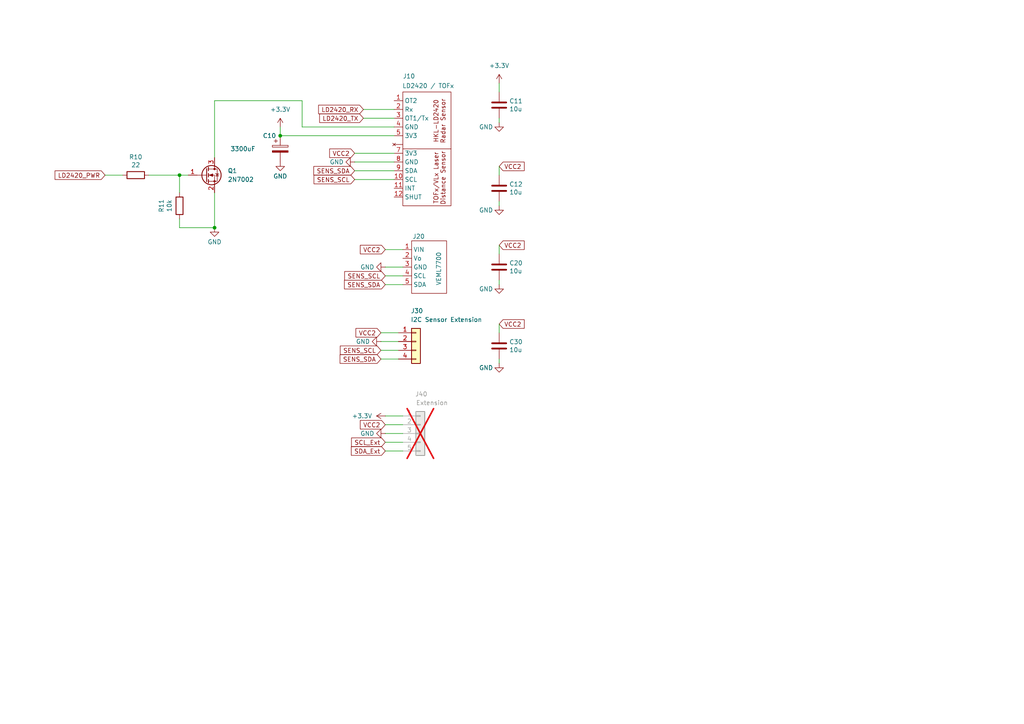
<source format=kicad_sch>
(kicad_sch (version 20231120) (generator "eeschema") (generator_version "8.0")
  (paper "A4")
  (title_block (title "UP1-PM-HF") (date "2025-02-05") (rev "V00.10") (company "OpenKNX") (comment 1 "by Ing-Dom <dom@ing-dom.de>") (comment 2 "OpenKNX Open Hardware under CC BY-NC-SA 4.0") (comment 3 "UP1-Präsenzmelder+") (comment 4 "http://device.OpenKNX.de/UP1-PM-HF"))
  (lib_symbols
    (symbol "Connector_Generic:Conn_01x04" (pin_names (offset 1.016) hide)
      (property "Reference" "J" (at 0 5.08 0))
      (property "Value" "Conn_01x04" (at 0 -7.62 0))
      (symbol "Conn_01x04_1_1"
        (rectangle (start -1.27 -4.953) (end 0 -5.207) (stroke (width 0.1524)))
        (rectangle (start -1.27 -2.413) (end 0 -2.667) (stroke (width 0.1524)))
        (rectangle (start -1.27 0.127) (end 0 -0.127) (stroke (width 0.1524)))
        (rectangle (start -1.27 2.667) (end 0 2.413) (stroke (width 0.1524)))
        (rectangle (start -1.27 3.81) (end 1.27 -6.35) (stroke (width 0.254)) (fill (type background)))
        (pin passive line (at -5.08 2.54 0) (length 3.81) (name "Pin_1") (number "1"))
        (pin passive line (at -5.08 0 0) (length 3.81) (name "Pin_2") (number "2"))
        (pin passive line (at -5.08 -2.54 0) (length 3.81) (name "Pin_3") (number "3"))
        (pin passive line (at -5.08 -5.08 0) (length 3.81) (name "Pin_4") (number "4"))
      )
    )
    (symbol "Connector_Generic:Conn_01x05" (pin_names (offset 1.016) hide)
      (property "Reference" "J" (at 0 7.62 0))
      (property "Value" "Conn_01x05" (at 0 -7.62 0))
      (symbol "Conn_01x05_1_1"
        (rectangle (start -1.27 -4.953) (end 0 -5.207) (stroke (width 0.1524)))
        (rectangle (start -1.27 -2.413) (end 0 -2.667) (stroke (width 0.1524)))
        (rectangle (start -1.27 0.127) (end 0 -0.127) (stroke (width 0.1524)))
        (rectangle (start -1.27 2.667) (end 0 2.413) (stroke (width 0.1524)))
        (rectangle (start -1.27 5.207) (end 0 4.953) (stroke (width 0.1524)))
        (rectangle (start -1.27 6.35) (end 1.27 -6.35) (stroke (width 0.254)) (fill (type background)))
        (pin passive line (at -5.08 5.08 0) (length 3.81) (name "Pin_1") (number "1"))
        (pin passive line (at -5.08 2.54 0) (length 3.81) (name "Pin_2") (number "2"))
        (pin passive line (at -5.08 0 0) (length 3.81) (name "Pin_3") (number "3"))
        (pin passive line (at -5.08 -2.54 0) (length 3.81) (name "Pin_4") (number "4"))
        (pin passive line (at -5.08 -5.08 0) (length 3.81) (name "Pin_5") (number "5"))
      )
    )
    (symbol "Device:C" (pin_numbers hide) (pin_names (offset 0.254))
      (property "Reference" "C" (at 0.635 2.54 0))
      (property "Value" "C" (at 0.635 -2.54 0))
      (symbol "C_0_1"
        (polyline (pts (xy -2.032 -0.762) (xy 2.032 -0.762)) (stroke (width 0.508)))
        (polyline (pts (xy -2.032 0.762) (xy 2.032 0.762)) (stroke (width 0.508)))
      )
      (symbol "C_1_1"
        (pin passive line (at 0 3.81 270) (length 2.794) (name "~") (number "1"))
        (pin passive line (at 0 -3.81 90) (length 2.794) (name "~") (number "2"))
      )
    )
    (symbol "Device:C_Polarized" (pin_numbers hide) (pin_names (offset 0.254))
      (property "Reference" "C" (at 0.635 2.54 0))
      (property "Value" "C_Polarized" (at 0.635 -2.54 0))
      (symbol "C_Polarized_0_1"
        (rectangle (start -2.286 0.508) (end 2.286 1.016))
        (polyline (pts (xy -1.778 2.286) (xy -0.762 2.286)))
        (polyline (pts (xy -1.27 2.794) (xy -1.27 1.778)))
        (rectangle (start 2.286 -0.508) (end -2.286 -1.016) (fill (type outline)))
      )
      (symbol "C_Polarized_1_1"
        (pin passive line (at 0 3.81 270) (length 2.794) (name "~") (number "1"))
        (pin passive line (at 0 -3.81 90) (length 2.794) (name "~") (number "2"))
      )
    )
    (symbol "Device:R" (pin_numbers hide) (pin_names (offset 0))
      (property "Reference" "R" (at 2.032 0 90))
      (property "Value" "R" (at 0 0 90))
      (symbol "R_0_1"
        (rectangle (start -1.016 -2.54) (end 1.016 2.54) (stroke (width 0.254)))
      )
      (symbol "R_1_1"
        (pin passive line (at 0 3.81 270) (length 1.27) (name "~") (number "1"))
        (pin passive line (at 0 -3.81 90) (length 1.27) (name "~") (number "2"))
      )
    )
    (symbol "OpenKNX:LD2420_TOF050C_Back2Back_Breakouts"
      (property "Reference" "GN" (at -4.826 18.034 0))
      (property "Value" "LD2420 / TOFx" (at 0.762 -18.034 0))
      (symbol "LD2420_TOF050C_Back2Back_Breakouts_0_1"
        (rectangle (start -6.35 16.51) (end 7.62 -16.51))
        (polyline (pts (xy -6.35 0) (xy 7.62 0)))
      )
      (symbol "LD2420_TOF050C_Back2Back_Breakouts_1_1"
        (text "HKL-LD2420\nRadar Sensor" (at 4.318 8.128 900) (effects (font (size 1.27 1.27))))
        (text "TOFx/VLx Laser\nDistance Sensor" (at 4.318 -8.382 900) (effects (font (size 1.27 1.27))))
        (pin no_connect line (at -8.89 1.27 0) (length 2.54) (name "") (number ""))
        (pin bidirectional line (at -8.89 13.97 0) (length 2.54) (name "OT2") (number "1"))
        (pin input line (at -8.89 -8.89 0) (length 2.54) (name "SCL") (number "10"))
        (pin input line (at -8.89 -11.43 0) (length 2.54) (name "INT") (number "11"))
        (pin input line (at -8.89 -13.97 0) (length 2.54) (name "SHUT") (number "12"))
        (pin input line (at -8.89 11.43 0) (length 2.54) (name "Rx") (number "2"))
        (pin output line (at -8.89 8.89 0) (length 2.54) (name "OT1/Tx") (number "3"))
        (pin power_in line (at -8.89 6.35 0) (length 2.54) (name "GND") (number "4"))
        (pin power_in line (at -8.89 3.81 0) (length 2.54) (name "3V3") (number "5"))
        (pin power_in line (at -8.89 -1.27 0) (length 2.54) (name "3V3") (number "7"))
        (pin power_in line (at -8.89 -3.81 0) (length 2.54) (name "GND") (number "8"))
        (pin bidirectional line (at -8.89 -6.35 0) (length 2.54) (name "SDA") (number "9"))
      )
    )
    (symbol "OpenKNX:VEML7700_Breakout"
      (property "Reference" "GN" (at -4.826 9.144 0))
      (property "Value" "VEML7700" (at 1.016 0.254 90))
      (symbol "VEML7700_Breakout_0_1"
        (rectangle (start -6.35 7.62) (end 3.81 -7.62))
      )
      (symbol "VEML7700_Breakout_1_1"
        (pin power_in line (at -8.89 5.08 0) (length 2.54) (name "VIN") (number "1"))
        (pin power_out line (at -8.89 2.54 0) (length 2.54) (name "Vo") (number "2"))
        (pin power_in line (at -8.89 0 0) (length 2.54) (name "GND") (number "3"))
        (pin input line (at -8.89 -2.54 0) (length 2.54) (name "SCL") (number "4"))
        (pin bidirectional line (at -8.89 -5.08 0) (length 2.54) (name "SDA") (number "5"))
      )
    )
    (symbol "Transistor_FET:2N7002" (pin_names hide)
      (property "Reference" "Q" (at 5.08 1.905 0))
      (property "Value" "2N7002" (at 5.08 0 0))
      (symbol "2N7002_0_1"
        (polyline (pts (xy 0.254 0) (xy -2.54 0)))
        (polyline (pts (xy 0.254 1.905) (xy 0.254 -1.905)) (stroke (width 0.254)))
        (polyline (pts (xy 0.762 -1.27) (xy 0.762 -2.286)) (stroke (width 0.254)))
        (polyline (pts (xy 0.762 0.508) (xy 0.762 -0.508)) (stroke (width 0.254)))
        (polyline (pts (xy 0.762 2.286) (xy 0.762 1.27)) (stroke (width 0.254)))
        (polyline (pts (xy 2.54 2.54) (xy 2.54 1.778)))
        (polyline (pts (xy 2.54 -2.54) (xy 2.54 0) (xy 0.762 0)))
        (polyline (pts (xy 0.762 -1.778) (xy 3.302 -1.778) (xy 3.302 1.778) (xy 0.762 1.778)))
        (polyline (pts (xy 1.016 0) (xy 2.032 0.381) (xy 2.032 -0.381) (xy 1.016 0)) (fill (type outline)))
        (polyline (pts (xy 2.794 0.508) (xy 2.921 0.381) (xy 3.683 0.381) (xy 3.81 0.254)))
        (polyline (pts (xy 3.302 0.381) (xy 2.921 -0.254) (xy 3.683 -0.254) (xy 3.302 0.381)))
        (circle (center 1.651 0) (radius 2.794) (stroke (width 0.254)))
        (circle (center 2.54 -1.778) (radius 0.254) (fill (type outline)))
        (circle (center 2.54 1.778) (radius 0.254) (fill (type outline)))
      )
      (symbol "2N7002_1_1"
        (pin input line (at -5.08 0 0) (length 2.54) (name "G") (number "1"))
        (pin passive line (at 2.54 -5.08 90) (length 2.54) (name "S") (number "2"))
        (pin passive line (at 2.54 5.08 270) (length 2.54) (name "D") (number "3"))
      )
    )
    (symbol "power:+3.3V" (power) (pin_numbers hide) (pin_names (offset 0) hide)
      (property "Value" "+3.3V" (at 0 3.556 0))
      (symbol "+3.3V_0_1"
        (polyline (pts (xy -0.762 1.27) (xy 0 2.54)))
        (polyline (pts (xy 0 0) (xy 0 2.54)))
        (polyline (pts (xy 0 2.54) (xy 0.762 1.27)))
      )
      (symbol "+3.3V_1_1"
        (pin power_in line (at 0 0 90) (length 0) (name "~") (number "1"))
      )
    )
    (symbol "power:GND" (power) (pin_numbers hide) (pin_names (offset 0) hide)
      (property "Value" "GND" (at 0 -3.81 0))
      (symbol "GND_0_1"
        (polyline (pts (xy 0 0) (xy 0 -1.27) (xy 1.27 -1.27) (xy 0 -2.54) (xy -1.27 -1.27) (xy 0 -1.27)))
      )
      (symbol "GND_1_1"
        (pin power_in line (at 0 0 270) (length 0) (name "~") (number "1"))
      )
    )
  )
  (junction (at 62.23 66.04))
  (junction (at 81.28 39.37))
  (junction (at 52.07 50.8))
  (wire (pts (xy 111.76 130.81) (xy 116.84 130.81)))
  (wire (pts (xy 52.07 66.04) (xy 62.23 66.04)))
  (wire (pts (xy 105.41 34.29) (xy 114.3 34.29)))
  (wire (pts (xy 81.28 36.83) (xy 81.28 39.37)))
  (wire (pts (xy 144.78 34.29) (xy 144.78 35.56)))
  (wire (pts (xy 87.63 29.21) (xy 62.23 29.21)))
  (wire (pts (xy 144.78 48.26) (xy 144.78 50.8)))
  (wire (pts (xy 111.76 120.65) (xy 116.84 120.65)))
  (wire (pts (xy 111.76 125.73) (xy 116.84 125.73)))
  (wire (pts (xy 144.78 71.12) (xy 144.78 73.66)))
  (wire (pts (xy 87.63 36.83) (xy 87.63 29.21)))
  (wire (pts (xy 81.28 39.37) (xy 114.3 39.37)))
  (wire (pts (xy 114.3 36.83) (xy 87.63 36.83)))
  (wire (pts (xy 110.49 104.14) (xy 115.57 104.14)))
  (wire (pts (xy 144.78 93.98) (xy 144.78 96.52)))
  (wire (pts (xy 111.76 77.47) (xy 116.84 77.47)))
  (wire (pts (xy 144.78 24.13) (xy 144.78 26.67)))
  (wire (pts (xy 110.49 96.52) (xy 115.57 96.52)))
  (wire (pts (xy 114.3 44.45) (xy 102.87 44.45)))
  (wire (pts (xy 52.07 63.5) (xy 52.07 66.04)))
  (wire (pts (xy 62.23 29.21) (xy 62.23 45.72)))
  (wire (pts (xy 111.76 72.39) (xy 116.84 72.39)))
  (wire (pts (xy 111.76 128.27) (xy 116.84 128.27)))
  (wire (pts (xy 111.76 123.19) (xy 116.84 123.19)))
  (wire (pts (xy 105.41 31.75) (xy 114.3 31.75)))
  (wire (pts (xy 62.23 55.88) (xy 62.23 66.04)))
  (wire (pts (xy 111.76 80.01) (xy 116.84 80.01)))
  (wire (pts (xy 54.61 50.8) (xy 52.07 50.8)))
  (wire (pts (xy 30.48 50.8) (xy 35.56 50.8)))
  (wire (pts (xy 110.49 101.6) (xy 115.57 101.6)))
  (wire (pts (xy 114.3 46.99) (xy 102.87 46.99)))
  (wire (pts (xy 52.07 50.8) (xy 52.07 55.88)))
  (wire (pts (xy 110.49 99.06) (xy 115.57 99.06)))
  (wire (pts (xy 111.76 82.55) (xy 116.84 82.55)))
  (wire (pts (xy 43.18 50.8) (xy 52.07 50.8)))
  (wire (pts (xy 144.78 81.28) (xy 144.78 82.55)))
  (wire (pts (xy 144.78 58.42) (xy 144.78 59.69)))
  (wire (pts (xy 114.3 52.07) (xy 102.87 52.07)))
  (wire (pts (xy 114.3 49.53) (xy 102.87 49.53)))
  (wire (pts (xy 144.78 104.14) (xy 144.78 105.41)))
  (global_label "VCC2" (shape input) (at 144.78 71.12 0) (property "Intersheetrefs" "${INTERSHEET_REFS}" (effects (hide yes))))
  (global_label "VCC2" (shape input) (at 111.76 72.39 180) (property "Intersheetrefs" "${INTERSHEET_REFS}" (effects (hide yes))))
  (global_label "SENS_SDA" (shape input) (at 110.49 104.14 180) (property "Intersheetrefs" "${INTERSHEET_REFS}" (effects (hide yes))))
  (global_label "SENS_SCL" (shape input) (at 111.76 80.01 180) (property "Intersheetrefs" "${INTERSHEET_REFS}" (effects (hide yes))))
  (global_label "SENS_SDA" (shape input) (at 102.87 49.53 180) (property "Intersheetrefs" "${INTERSHEET_REFS}" (effects (hide yes))))
  (global_label "VCC2" (shape input) (at 110.49 96.52 180) (property "Intersheetrefs" "${INTERSHEET_REFS}" (effects (hide yes))))
  (global_label "SCL_Ext" (shape input) (at 111.76 128.27 180) (property "Intersheetrefs" "${INTERSHEET_REFS}" (effects (hide yes))))
  (global_label "SDA_Ext" (shape input) (at 111.76 130.81 180) (property "Intersheetrefs" "${INTERSHEET_REFS}" (effects (hide yes))))
  (global_label "LD2420_TX" (shape input) (at 105.41 34.29 180) (property "Intersheetrefs" "${INTERSHEET_REFS}" (effects (hide yes))))
  (global_label "SENS_SCL" (shape input) (at 102.87 52.07 180) (property "Intersheetrefs" "${INTERSHEET_REFS}" (effects (hide yes))))
  (global_label "VCC2" (shape input) (at 144.78 93.98 0) (property "Intersheetrefs" "${INTERSHEET_REFS}" (effects (hide yes))))
  (global_label "VCC2" (shape input) (at 111.76 123.19 180) (property "Intersheetrefs" "${INTERSHEET_REFS}" (effects (hide yes))))
  (global_label "LD2420_PWR" (shape input) (at 30.48 50.8 180) (property "Intersheetrefs" "${INTERSHEET_REFS}" (effects (hide yes))))
  (global_label "VCC2" (shape input) (at 144.78 48.26 0) (property "Intersheetrefs" "${INTERSHEET_REFS}" (effects (hide yes))))
  (global_label "VCC2" (shape input) (at 102.87 44.45 180) (property "Intersheetrefs" "${INTERSHEET_REFS}" (effects (hide yes))))
  (global_label "LD2420_RX" (shape input) (at 105.41 31.75 180) (property "Intersheetrefs" "${INTERSHEET_REFS}" (effects (hide yes))))
  (global_label "SENS_SDA" (shape input) (at 111.76 82.55 180) (property "Intersheetrefs" "${INTERSHEET_REFS}" (effects (hide yes))))
  (global_label "SENS_SCL" (shape input) (at 110.49 101.6 180) (property "Intersheetrefs" "${INTERSHEET_REFS}" (effects (hide yes))))
  (symbol (lib_id "Device:C") (at 144.78 100.33 0) (unit 1)
    (property "Reference" "C30" (at 147.701 99.1616 0) (effects (justify left)))
    (property "Value" "10u" (at 147.701 101.473 0) (effects (justify left)))
    (property "Footprint" "Capacitor_SMD:C_0805_2012Metric" (effects (hide yes)))
  )
  (symbol (lib_id "power:GND") (at 81.28 46.99 0) (unit 1)
    (property "Reference" "#PWR017" (effects (hide yes)))
    (property "Value" "GND" (at 81.28 51.1231 0))
    (property "Description" "Power symbol creates a global label with name \"GND\" , ground" (effects (hide yes)))
  )
  (symbol (lib_id "power:GND") (at 102.87 46.99 270) (unit 1)
    (property "Reference" "#PWR019" (effects (hide yes)))
    (property "Value" "GND" (at 99.695 46.99 90) (effects (justify right)))
    (property "Description" "Power symbol creates a global label with name \"GND\" , ground" (effects (hide yes)))
  )
  (symbol (lib_id "Transistor_FET:2N7002") (at 59.69 50.8 0) (unit 1)
    (property "Reference" "Q1" (at 66.04 49.5299 0) (effects (justify left)))
    (property "Value" "2N7002" (at 66.04 52.0699 0) (effects (justify left)))
    (property "Footprint" "Package_TO_SOT_SMD:SOT-23" (effects (hide yes)))
    (property "Datasheet" "https://www.onsemi.com/pub/Collateral/NDS7002A-D.PDF" (effects (hide yes)))
    (property "Description" "0.115A Id, 60V Vds, N-Channel MOSFET, SOT-23" (effects (hide yes)))
  )
  (symbol (lib_id "power:GND") (at 144.78 35.56 0) (unit 1)
    (property "Reference" "#PWR061" (effects (hide yes)))
    (property "Value" "GND" (at 140.97 36.83 0))
    (property "Description" "Power symbol creates a global label with name \"GND\" , ground" (effects (hide yes)))
  )
  (symbol (lib_id "Device:C") (at 144.78 30.48 0) (unit 1)
    (property "Reference" "C11" (at 147.701 29.3116 0) (effects (justify left)))
    (property "Value" "10u" (at 147.701 31.623 0) (effects (justify left)))
    (property "Footprint" "Capacitor_SMD:C_0805_2012Metric" (effects (hide yes)))
  )
  (symbol (lib_id "OpenKNX:VEML7700_Breakout") (at 125.73 77.47 0) (unit 1)
    (property "Reference" "J20" (at 119.634 68.58 0) (effects (justify left)))
    (property "Value" "VEML7700" (at 127.254 82.804 90) (effects (justify left)))
    (property "Footprint" "DomsKiCADLib:VEML7700_reverse_mount" (effects (hide yes)))
    (property "Description" "Generic connector, single row, 01x05, script generated (kicad-library-utils/schlib/autogen/connector/)" (effects (hide yes)))
  )
  (symbol (lib_id "Device:C") (at 144.78 54.61 0) (unit 1)
    (property "Reference" "C12" (at 147.701 53.4416 0) (effects (justify left)))
    (property "Value" "10u" (at 147.701 55.753 0) (effects (justify left)))
    (property "Footprint" "Capacitor_SMD:C_0805_2012Metric" (effects (hide yes)))
  )
  (symbol (lib_id "power:GND") (at 144.78 105.41 0) (unit 1)
    (property "Reference" "#PWR067" (effects (hide yes)))
    (property "Value" "GND" (at 140.97 106.68 0))
    (property "Description" "Power symbol creates a global label with name \"GND\" , ground" (effects (hide yes)))
  )
  (symbol (lib_id "power:GND") (at 62.23 66.04 0) (unit 1)
    (property "Reference" "#PWR014" (effects (hide yes)))
    (property "Value" "GND" (at 62.23 70.1731 0))
    (property "Description" "Power symbol creates a global label with name \"GND\" , ground" (effects (hide yes)))
  )
  (symbol (lib_id "Device:R") (at 39.37 50.8 270) (unit 1)
    (property "Reference" "R10" (at 39.37 45.5422 90))
    (property "Value" "22" (at 39.37 47.8536 90))
    (property "Footprint" "Resistor_SMD:R_0402_1005Metric" (effects (hide yes)))
  )
  (symbol (lib_id "Device:R") (at 52.07 59.69 0) (unit 1)
    (property "Reference" "R11" (at 46.8122 59.69 90))
    (property "Value" "10k" (at 49.1236 59.69 90))
    (property "Footprint" "Resistor_SMD:R_0402_1005Metric" (effects (hide yes)))
  )
  (symbol (lib_id "power:GND") (at 144.78 59.69 0) (unit 1)
    (property "Reference" "#PWR063" (effects (hide yes)))
    (property "Value" "GND" (at 140.97 60.96 0))
    (property "Description" "Power symbol creates a global label with name \"GND\" , ground" (effects (hide yes)))
  )
  (symbol (lib_id "power:GND") (at 111.76 77.47 270) (unit 1)
    (property "Reference" "#PWR023" (effects (hide yes)))
    (property "Value" "GND" (at 108.5851 77.47 90) (effects (justify right)))
    (property "Description" "Power symbol creates a global label with name \"GND\" , ground" (effects (hide yes)))
  )
  (symbol (lib_id "Device:C_Polarized") (at 81.28 43.18 0) (unit 1)
    (property "Reference" "C10" (at 76.2 39.37 0) (effects (justify left)))
    (property "Value" "3300uF" (at 66.802 43.18 0) (effects (justify left)))
    (property "Footprint" "DomsKiCADLib:CP_Radial_D10.0mm_H20.0mm_P5.00mm_Horizontal" (effects (hide yes)))
    (property "Description" "Polarized capacitor" (effects (hide yes)))
  )
  (symbol (lib_id "Connector_Generic:Conn_01x05") (at 121.92 125.73 0) (unit 1) (dnp yes)
    (property "Reference" "J40" (at 120.396 114.3 0) (effects (justify left)))
    (property "Value" "Extension" (at 120.65 116.84 0) (effects (justify left)))
    (property "Footprint" "Connector_PinHeader_2.54mm:PinHeader_1x05_P2.54mm_Vertical" (effects (hide yes)))
    (property "Description" "Generic connector, single row, 01x05, script generated (kicad-library-utils/schlib/autogen/connector/)" (effects (hide yes)))
  )
  (symbol (lib_id "power:GND") (at 111.76 125.73 270) (unit 1)
    (property "Reference" "#PWR062" (effects (hide yes)))
    (property "Value" "GND" (at 108.5851 125.73 90) (effects (justify right)))
    (property "Description" "Power symbol creates a global label with name \"GND\" , ground" (effects (hide yes)))
  )
  (symbol (lib_id "OpenKNX:LD2420_TOF050C_Back2Back_Breakouts") (at 123.19 43.18 0) (unit 1)
    (property "Reference" "J10" (at 118.618 22.098 0))
    (property "Value" "LD2420 / TOFx" (at 124.206 24.892 0))
    (property "Footprint" "DomsKiCADLib:HLK_TOF_reverse_mount" (effects (hide yes)))
    (property "Description" "Generic connector, double row, 02x06, counter clockwise pin numbering scheme (similar to DIP package numbering), script generated (kicad-library-utils/schlib/autogen/connector/)" (effects (hide yes)))
  )
  (symbol (lib_id "power:GND") (at 110.49 99.06 270) (unit 1)
    (property "Reference" "#PWR026" (effects (hide yes)))
    (property "Value" "GND" (at 107.3151 99.06 90) (effects (justify right)))
    (property "Description" "Power symbol creates a global label with name \"GND\" , ground" (effects (hide yes)))
  )
  (symbol (lib_id "Device:C") (at 144.78 77.47 0) (unit 1)
    (property "Reference" "C20" (at 147.701 76.3016 0) (effects (justify left)))
    (property "Value" "10u" (at 147.701 78.613 0) (effects (justify left)))
    (property "Footprint" "Capacitor_SMD:C_0805_2012Metric" (effects (hide yes)))
  )
  (symbol (lib_id "power:+3.3V") (at 144.78 24.13 0) (unit 1)
    (property "Reference" "#PWR060" (effects (hide yes)))
    (property "Value" "+3.3V" (at 144.78 19.05 0))
    (property "Description" "Power symbol creates a global label with name \"+3.3V\"" (effects (hide yes)))
  )
  (symbol (lib_id "power:+3.3V") (at 111.76 120.65 90) (unit 1)
    (property "Reference" "#PWR064" (effects (hide yes)))
    (property "Value" "+3.3V" (at 107.95 120.6499 90) (effects (justify left)))
    (property "Description" "Power symbol creates a global label with name \"+3.3V\"" (effects (hide yes)))
  )
  (symbol (lib_id "power:+3.3V") (at 81.28 36.83 0) (unit 1)
    (property "Reference" "#PWR030" (effects (hide yes)))
    (property "Value" "+3.3V" (at 81.28 31.75 0))
    (property "Description" "Power symbol creates a global label with name \"+3.3V\"" (effects (hide yes)))
  )
  (symbol (lib_id "power:GND") (at 144.78 82.55 0) (unit 1)
    (property "Reference" "#PWR065" (effects (hide yes)))
    (property "Value" "GND" (at 140.97 83.82 0))
    (property "Description" "Power symbol creates a global label with name \"GND\" , ground" (effects (hide yes)))
  )
  (symbol (lib_id "Connector_Generic:Conn_01x04") (at 120.65 99.06 0) (unit 1)
    (property "Reference" "J30" (at 119.126 90.17 0) (effects (justify left)))
    (property "Value" "I2C Sensor Extension" (at 119.126 92.71 0) (effects (justify left)))
    (property "Footprint" "Connector_JST:JST_XH_B4B-XH-A_1x04_P2.50mm_Vertical" (effects (hide yes)))
  )
)
</source>
